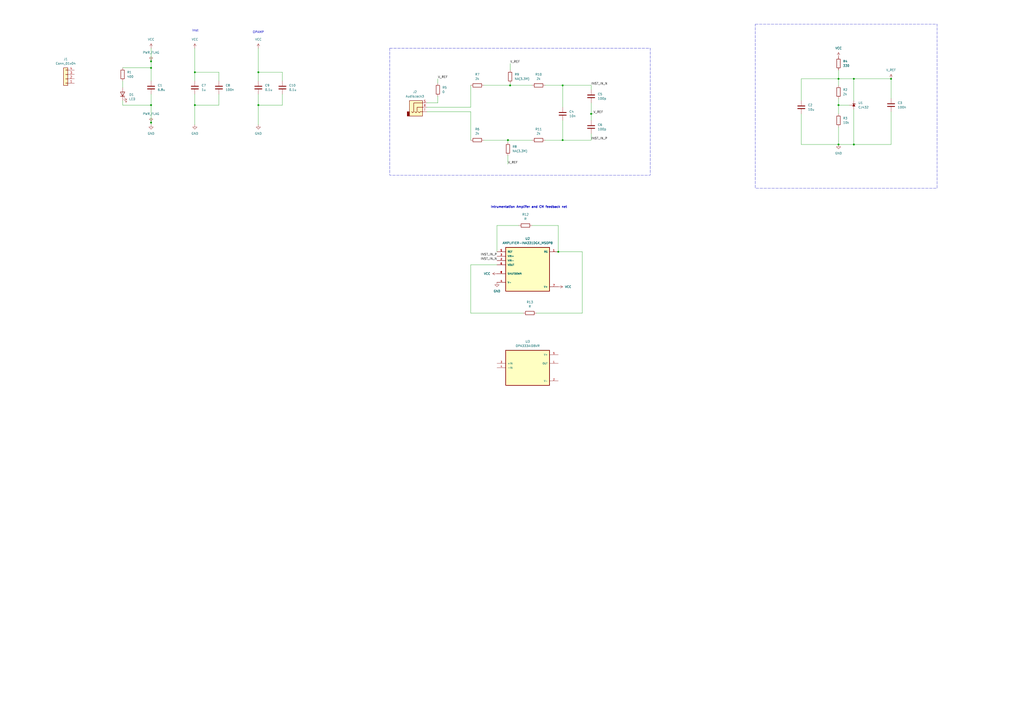
<source format=kicad_sch>
(kicad_sch (version 20250114) (generator "eeschema") (generator_version "9.0")
  (paper "A2")
  (title_block (title "EMG System") (date "2025-04-12") (rev "1"))
  (lib_symbols
    (symbol "Connector_Audio:AudioJack3"
      (property "Reference" "J" (at 0 8.89 0))
      (property "Value" "AudioJack3" (at 0 6.35 0))
      (symbol "AudioJack3_0_1"
        (rectangle (start -5.08 -5.08) (end -6.35 -2.54) (stroke (width 0.254)) (fill (type outline)))
        (polyline (pts (xy -1.905 -2.54) (xy -1.27 -3.175) (xy -0.635 -2.54) (xy -0.635 0) (xy 2.54 0)) (stroke (width 0.254)))
        (polyline (pts (xy 0 -2.54) (xy 0.635 -3.175) (xy 1.27 -2.54) (xy 2.54 -2.54)) (stroke (width 0.254)))
        (rectangle (start 2.54 3.81) (end -5.08 -5.08) (stroke (width 0.254)) (fill (type background)))
        (polyline (pts (xy 2.54 2.54) (xy -2.54 2.54) (xy -2.54 -2.54) (xy -3.175 -3.175) (xy -3.81 -2.54)) (stroke (width 0.254)))
      )
      (symbol "AudioJack3_1_1"
        (pin passive line (at 5.08 2.54 180) (length 2.54) (name "~") (number "S"))
        (pin passive line (at 5.08 0 180) (length 2.54) (name "~") (number "R"))
        (pin passive line (at 5.08 -2.54 180) (length 2.54) (name "~") (number "T"))
      )
    )
    (symbol "Connector_Generic:Conn_01x04" (pin_names (offset 1.016) (hide yes))
      (property "Reference" "J" (at 0 5.08 0))
      (property "Value" "Conn_01x04" (at 0 -7.62 0))
      (symbol "Conn_01x04_1_1"
        (rectangle (start -1.27 3.81) (end 1.27 -6.35) (stroke (width 0.254)) (fill (type background)))
        (rectangle (start -1.27 2.667) (end 0 2.413) (stroke (width 0.1524)))
        (rectangle (start -1.27 0.127) (end 0 -0.127) (stroke (width 0.1524)))
        (rectangle (start -1.27 -2.413) (end 0 -2.667) (stroke (width 0.1524)))
        (rectangle (start -1.27 -4.953) (end 0 -5.207) (stroke (width 0.1524)))
        (pin passive line (at -5.08 2.54 0) (length 3.81) (name "Pin_1") (number "1"))
        (pin passive line (at -5.08 0 0) (length 3.81) (name "Pin_2") (number "2"))
        (pin passive line (at -5.08 -2.54 0) (length 3.81) (name "Pin_3") (number "3"))
        (pin passive line (at -5.08 -5.08 0) (length 3.81) (name "Pin_4") (number "4"))
      )
    )
    (symbol "Device:C" (pin_numbers (hide yes)) (pin_names (offset 0.254))
      (property "Reference" "C" (at 0.635 2.54 0))
      (property "Value" "C" (at 0.635 -2.54 0))
      (symbol "C_0_1"
        (polyline (pts (xy -2.032 0.762) (xy 2.032 0.762)) (stroke (width 0.508)))
        (polyline (pts (xy -2.032 -0.762) (xy 2.032 -0.762)) (stroke (width 0.508)))
      )
      (symbol "C_1_1"
        (pin passive line (at 0 3.81 270) (length 2.794) (name "~") (number "1"))
        (pin passive line (at 0 -3.81 90) (length 2.794) (name "~") (number "2"))
      )
    )
    (symbol "Device:LED" (pin_numbers (hide yes)) (pin_names (offset 1.016) (hide yes))
      (property "Reference" "D" (at 0 2.54 0))
      (property "Value" "LED" (at 0 -2.54 0))
      (symbol "LED_0_1"
        (polyline (pts (xy -3.048 -0.762) (xy -4.572 -2.286) (xy -3.81 -2.286) (xy -4.572 -2.286) (xy -4.572 -1.524)))
        (polyline (pts (xy -1.778 -0.762) (xy -3.302 -2.286) (xy -2.54 -2.286) (xy -3.302 -2.286) (xy -3.302 -1.524)))
        (polyline (pts (xy -1.27 0) (xy 1.27 0)))
        (polyline (pts (xy -1.27 -1.27) (xy -1.27 1.27)) (stroke (width 0.254)))
        (polyline (pts (xy 1.27 -1.27) (xy 1.27 1.27) (xy -1.27 0) (xy 1.27 -1.27)) (stroke (width 0.254)))
      )
      (symbol "LED_1_1"
        (pin passive line (at -3.81 0 0) (length 2.54) (name "K") (number "1"))
        (pin passive line (at 3.81 0 180) (length 2.54) (name "A") (number "2"))
      )
    )
    (symbol "Device:R" (pin_numbers (hide yes)) (pin_names (offset 0))
      (property "Reference" "R" (at 2.032 0 90))
      (property "Value" "R" (at 0 0 90))
      (symbol "R_0_1"
        (rectangle (start -1.016 -2.54) (end 1.016 2.54) (stroke (width 0.254)))
      )
      (symbol "R_1_1"
        (pin passive line (at 0 3.81 270) (length 1.27) (name "~") (number "1"))
        (pin passive line (at 0 -3.81 90) (length 1.27) (name "~") (number "2"))
      )
    )
    (symbol "INA331IDGKT:AMPLIFIER-INA331DGK_MSOP8_" (pin_names (offset 1.016))
      (property "Reference" "U" (at -12.7 13.7 0))
      (property "Value" "AMPLIFIER-INA331DGK_MSOP8" (at -12.7 -16.7 0))
      (symbol "AMPLIFIER-INA331DGK_MSOP8__0_0"
        (rectangle (start -12.7 12.7) (end 12.7 -12.7) (stroke (width 0.41)) (fill (type background)))
        (pin input line (at -17.78 10.16 0) (length 5.08) (name "REF") (number "5"))
        (pin input line (at -17.78 7.62 0) (length 5.08) (name "VIN+") (number "3"))
        (pin input line (at -17.78 5.08 0) (length 5.08) (name "VIN-") (number "2"))
        (pin input line (at -17.78 2.54 0) (length 5.08) (name "VOUT") (number "6"))
        (pin input line (at -17.78 -2.54 0) (length 5.08) (name "SHUTDOWN") (number "8"))
        (pin input line (at -17.78 -7.62 0) (length 5.08) (name "V-") (number "4"))
        (pin input line (at 17.78 10.16 180) (length 5.08) (name "RG") (number "1"))
        (pin input line (at 17.78 -10.16 180) (length 5.08) (name "V+") (number "7"))
      )
    )
    (symbol "OPA333AIDBVR:OPA333AIDBVR" (pin_names (offset 1.016))
      (property "Reference" "U" (at -12.7 11.16 0))
      (property "Value" "OPA333AIDBVR" (at -12.7 -14.16 0))
      (symbol "OPA333AIDBVR_0_0"
        (rectangle (start -12.7 -10.16) (end 12.7 10.16) (stroke (width 0.41)) (fill (type background)))
        (pin input line (at -17.78 2.54 0) (length 5.08) (name "+IN") (number "3"))
        (pin input line (at -17.78 0 0) (length 5.08) (name "-IN") (number "4"))
        (pin power_in line (at 17.78 7.62 180) (length 5.08) (name "V+") (number "5"))
        (pin output line (at 17.78 2.54 180) (length 5.08) (name "OUT") (number "1"))
        (pin power_in line (at 17.78 -7.62 180) (length 5.08) (name "V-") (number "2"))
      )
    )
    (symbol "Reference_Voltage:CJ432" (pin_numbers (hide yes)) (pin_names (hide yes))
      (property "Reference" "U" (at -2.54 2.54 0))
      (property "Value" "CJ432" (at 0 -2.54 0))
      (symbol "CJ432_0_1"
        (polyline (pts (xy -1.27 0) (xy 0 0) (xy 1.27 0)))
        (polyline (pts (xy -0.762 0.762) (xy 0.762 0) (xy -0.762 -0.762)) (fill (type outline)))
        (polyline (pts (xy 0.508 -1.016) (xy 0.762 -0.762) (xy 0.762 0.762) (xy 0.762 0.762)) (stroke (width 0.254)))
      )
      (symbol "CJ432_1_1"
        (pin passive line (at -2.54 0 0) (length 1.27) (name "A") (number "3"))
        (pin passive line (at 0 2.54 270) (length 2.54) (name "REF") (number "1"))
        (pin passive line (at 2.54 0 180) (length 1.27) (name "K") (number "2"))
      )
    )
    (symbol "power:GND" (power) (pin_numbers (hide yes)) (pin_names (offset 0) (hide yes))
      (property "Value" "GND" (at 0 -3.81 0))
      (symbol "GND_0_1"
        (polyline (pts (xy 0 0) (xy 0 -1.27) (xy 1.27 -1.27) (xy 0 -2.54) (xy -1.27 -1.27) (xy 0 -1.27)))
      )
      (symbol "GND_1_1"
        (pin power_in line (at 0 0 270) (length 0) (name "~") (number "1"))
      )
    )
    (symbol "power:PWR_FLAG" (power) (pin_numbers (hide yes)) (pin_names (offset 0) (hide yes))
      (property "Value" "PWR_FLAG" (at 0 3.81 0))
      (symbol "PWR_FLAG_0_0"
        (pin power_out line (at 0 0 90) (length 0) (name "~") (number "1"))
      )
      (symbol "PWR_FLAG_0_1"
        (polyline (pts (xy 0 0) (xy 0 1.27) (xy -1.016 1.905) (xy 0 2.54) (xy 1.016 1.905) (xy 0 1.27)))
      )
    )
    (symbol "power:VCC" (power) (pin_numbers (hide yes)) (pin_names (offset 0) (hide yes))
      (property "Value" "VCC" (at 0 3.556 0))
      (symbol "VCC_0_1"
        (polyline (pts (xy -0.762 1.27) (xy 0 2.54)))
        (polyline (pts (xy 0 2.54) (xy 0.762 1.27)))
        (polyline (pts (xy 0 0) (xy 0 2.54)))
      )
      (symbol "VCC_1_1"
        (pin power_in line (at 0 0 90) (length 0) (name "~") (number "1"))
      )
    )
  )
  (rectangle (start 226.06 27.94) (end 377.19 101.6) (stroke (width 0) (type dash)))
  (rectangle (start 438.15 13.97) (end 543.56 109.22) (stroke (width 0) (type dash)))
  (text "OPAMP" (at 149.86 18.796 0) (effects (font (size 1.27 1.27))))
  (text "Intrumentation Amplifer and CM feedback net\n" (at 306.832 120.142 0) (effects (font (size 1.27 1.27) (thickness 0.254) (bold yes))))
  (text "Inst" (at 113.284 17.78 0) (effects (font (size 1.27 1.27))))
  (junction (at 486.41 45.72))
  (junction (at 486.41 60.96))
  (junction (at 149.86 60.96))
  (junction (at 486.41 83.82))
  (junction (at 149.86 41.91))
  (junction (at 326.39 49.53))
  (junction (at 294.64 81.28))
  (junction (at 87.63 71.12))
  (junction (at 516.89 45.72))
  (junction (at 87.63 35.56))
  (junction (at 495.3 83.82))
  (junction (at 113.03 60.96))
  (junction (at 295.91 49.53))
  (junction (at 323.85 146.05))
  (junction (at 87.63 39.37))
  (junction (at 495.3 45.72))
  (junction (at 342.9 66.04))
  (junction (at 113.03 41.91))
  (junction (at 326.39 81.28))
  (junction (at 87.63 60.96))
  (wire (pts (xy 495.3 63.5) (xy 495.3 83.82)))
  (wire (pts (xy 127 60.96) (xy 113.03 60.96)))
  (wire (pts (xy 288.29 146.05) (xy 288.29 130.81)))
  (wire (pts (xy 87.63 60.96) (xy 87.63 71.12)))
  (wire (pts (xy 247.65 64.77) (xy 273.05 64.77)))
  (wire (pts (xy 516.89 83.82) (xy 495.3 83.82)))
  (wire (pts (xy 326.39 49.53) (xy 326.39 62.23)))
  (wire (pts (xy 342.9 77.47) (xy 342.9 81.28)))
  (wire (pts (xy 127 54.61) (xy 127 60.96)))
  (wire (pts (xy 127 46.99) (xy 127 41.91)))
  (wire (pts (xy 342.9 66.04) (xy 344.17 66.04)))
  (wire (pts (xy 516.89 64.77) (xy 516.89 83.82)))
  (wire (pts (xy 149.86 41.91) (xy 163.83 41.91)))
  (wire (pts (xy 342.9 66.04) (xy 342.9 69.85)))
  (wire (pts (xy 71.12 46.99) (xy 71.12 50.8)))
  (wire (pts (xy 87.63 39.37) (xy 87.63 46.99)))
  (wire (pts (xy 71.12 60.96) (xy 87.63 60.96)))
  (wire (pts (xy 254 55.88) (xy 254 59.69)))
  (wire (pts (xy 486.41 45.72) (xy 486.41 49.53)))
  (wire (pts (xy 288.29 153.67) (xy 273.05 153.67)))
  (wire (pts (xy 149.86 27.94) (xy 149.86 41.91)))
  (wire (pts (xy 71.12 39.37) (xy 87.63 39.37)))
  (wire (pts (xy 295.91 49.53) (xy 308.61 49.53)))
  (wire (pts (xy 486.41 40.64) (xy 486.41 45.72)))
  (wire (pts (xy 163.83 46.99) (xy 163.83 41.91)))
  (wire (pts (xy 464.82 58.42) (xy 464.82 45.72)))
  (wire (pts (xy 113.03 54.61) (xy 113.03 60.96)))
  (wire (pts (xy 486.41 45.72) (xy 495.3 45.72)))
  (wire (pts (xy 163.83 54.61) (xy 163.83 60.96)))
  (wire (pts (xy 308.61 130.81) (xy 323.85 130.81)))
  (wire (pts (xy 486.41 73.66) (xy 486.41 83.82)))
  (wire (pts (xy 294.64 81.28) (xy 308.61 81.28)))
  (wire (pts (xy 294.64 90.17) (xy 294.64 95.25)))
  (wire (pts (xy 247.65 62.23) (xy 273.05 62.23)))
  (wire (pts (xy 464.82 66.04) (xy 464.82 83.82)))
  (wire (pts (xy 71.12 58.42) (xy 71.12 60.96)))
  (wire (pts (xy 342.9 49.53) (xy 342.9 52.07)))
  (wire (pts (xy 280.67 49.53) (xy 295.91 49.53)))
  (wire (pts (xy 316.23 49.53) (xy 326.39 49.53)))
  (wire (pts (xy 113.03 60.96) (xy 113.03 72.39)))
  (wire (pts (xy 337.82 146.05) (xy 323.85 146.05)))
  (wire (pts (xy 326.39 49.53) (xy 342.9 49.53)))
  (wire (pts (xy 295.91 49.53) (xy 295.91 48.26)))
  (wire (pts (xy 342.9 81.28) (xy 326.39 81.28)))
  (wire (pts (xy 87.63 54.61) (xy 87.63 60.96)))
  (wire (pts (xy 113.03 41.91) (xy 127 41.91)))
  (wire (pts (xy 486.41 60.96) (xy 486.41 66.04)))
  (wire (pts (xy 326.39 69.85) (xy 326.39 81.28)))
  (wire (pts (xy 495.3 83.82) (xy 486.41 83.82)))
  (wire (pts (xy 464.82 83.82) (xy 486.41 83.82)))
  (wire (pts (xy 273.05 153.67) (xy 273.05 181.61)))
  (wire (pts (xy 247.65 59.69) (xy 254 59.69)))
  (wire (pts (xy 295.91 36.83) (xy 295.91 40.64)))
  (wire (pts (xy 294.64 81.28) (xy 294.64 82.55)))
  (wire (pts (xy 323.85 130.81) (xy 323.85 146.05)))
  (wire (pts (xy 113.03 41.91) (xy 113.03 46.99)))
  (wire (pts (xy 273.05 62.23) (xy 273.05 49.53)))
  (wire (pts (xy 280.67 81.28) (xy 294.64 81.28)))
  (wire (pts (xy 113.03 27.94) (xy 113.03 41.91)))
  (wire (pts (xy 163.83 60.96) (xy 149.86 60.96)))
  (wire (pts (xy 149.86 41.91) (xy 149.86 46.99)))
  (wire (pts (xy 495.3 45.72) (xy 516.89 45.72)))
  (wire (pts (xy 311.15 181.61) (xy 337.82 181.61)))
  (wire (pts (xy 486.41 60.96) (xy 492.76 60.96)))
  (wire (pts (xy 288.29 130.81) (xy 300.99 130.81)))
  (wire (pts (xy 87.63 71.12) (xy 87.63 72.39)))
  (wire (pts (xy 316.23 81.28) (xy 326.39 81.28)))
  (wire (pts (xy 87.63 35.56) (xy 87.63 39.37)))
  (wire (pts (xy 495.3 45.72) (xy 495.3 58.42)))
  (wire (pts (xy 273.05 64.77) (xy 273.05 81.28)))
  (wire (pts (xy 516.89 45.72) (xy 516.89 57.15)))
  (wire (pts (xy 149.86 60.96) (xy 149.86 72.39)))
  (wire (pts (xy 87.63 27.94) (xy 87.63 35.56)))
  (wire (pts (xy 486.41 57.15) (xy 486.41 60.96)))
  (wire (pts (xy 273.05 181.61) (xy 303.53 181.61)))
  (wire (pts (xy 464.82 45.72) (xy 486.41 45.72)))
  (wire (pts (xy 149.86 54.61) (xy 149.86 60.96)))
  (wire (pts (xy 337.82 181.61) (xy 337.82 146.05)))
  (wire (pts (xy 342.9 59.69) (xy 342.9 66.04)))
  (wire (pts (xy 254 45.72) (xy 254 48.26)))
  (label "INST_IN_N" (at 342.9 49.53 0))
  (label "V_REF" (at 295.91 36.83 0))
  (label "INST_IN_P" (at 342.9 81.28 0))
  (label "V_REF" (at 344.17 66.04 0))
  (label "V_REF" (at 254 45.72 0))
  (label "INST_IN_N" (at 288.29 151.13 180))
  (label "INST_IN_P" (at 288.29 148.59 180))
  (label "V_REF" (at 294.64 95.25 0))
  (symbol (lib_id "power:VCC") (at 323.85 166.37 270) (unit 1)
    (property "Reference" "#PWR08" (effects (hide yes)))
    (property "Value" "VCC" (at 327.66 166.3699 90) (effects (justify left)))
    (property "Description" "Power symbol creates a global label with name \"VCC\"" (effects (hide yes)))
  )
  (symbol (lib_id "Device:R") (at 295.91 44.45 180) (unit 1)
    (property "Reference" "R9" (at 298.45 43.1799 0) (effects (justify right)))
    (property "Value" "NA(3.3M)" (at 298.45 45.7199 0) (effects (justify right)))
    (property "Description" "Resistor" (effects (hide yes)))
  )
  (symbol (lib_id "Device:R") (at 304.8 130.81 90) (unit 1)
    (property "Reference" "R12" (at 304.8 124.46 90))
    (property "Value" "R" (at 304.8 127 90))
    (property "Description" "Resistor" (effects (hide yes)))
  )
  (symbol (lib_id "Device:R") (at 254 52.07 0) (unit 1)
    (property "Reference" "R5" (at 256.54 50.7999 0) (effects (justify left)))
    (property "Value" "0" (at 256.54 53.3399 0) (effects (justify left)))
    (property "Description" "Resistor" (effects (hide yes)))
  )
  (symbol (lib_id "Device:R") (at 312.42 49.53 90) (unit 1)
    (property "Reference" "R10" (at 312.42 43.18 90))
    (property "Value" "2k" (at 312.42 45.72 90))
    (property "Description" "Resistor" (effects (hide yes)))
  )
  (symbol (lib_id "Device:C") (at 149.86 50.8 0) (unit 1)
    (property "Reference" "C9" (at 153.67 49.5299 0) (effects (justify left)))
    (property "Value" "0.1u" (at 153.67 52.0699 0) (effects (justify left)))
    (property "Description" "Unpolarized capacitor" (effects (hide yes)))
  )
  (symbol (lib_id "Device:R") (at 312.42 81.28 90) (unit 1)
    (property "Reference" "R11" (at 312.42 74.93 90))
    (property "Value" "2k" (at 312.42 77.47 90))
    (property "Description" "Resistor" (effects (hide yes)))
  )
  (symbol (lib_id "Device:C") (at 326.39 66.04 0) (unit 1)
    (property "Reference" "C4" (at 330.2 64.7699 0) (effects (justify left)))
    (property "Value" "10n" (at 330.2 67.3099 0) (effects (justify left)))
    (property "Description" "Unpolarized capacitor" (effects (hide yes)))
  )
  (symbol (lib_id "Device:R") (at 486.41 36.83 0) (unit 1)
    (property "Reference" "R4" (at 488.95 35.5599 0) (effects (justify left)))
    (property "Value" "330" (at 488.95 38.0999 0) (effects (justify left)))
    (property "Description" "Resistor" (effects (hide yes)))
  )
  (symbol (lib_id "OPA333AIDBVR:OPA333AIDBVR") (at 306.07 213.36 0) (unit 1)
    (property "Reference" "U3" (at 306.07 198.12 0))
    (property "Value" "OPA333AIDBVR" (at 306.07 200.66 0))
    (property "Footprint" "OPA333AIDBVR:SOT95P280X145-5N" (effects (hide yes)))
    (property "MF" "Texas Instruments" (effects (hide yes)))
    (property "Description_1" "Micropower, 1.8-V, 17-µA zero-drift CMOS precision operational amplifier" (effects (hide yes)))
    (property "Package" "SOT-23-5 Texas Instruments" (effects (hide yes)))
    (property "Price" "None" (effects (hide yes)))
    (property "SnapEDA_Link" "https://www.snapeda.com/parts/OPA333AIDBVR/Texas+Instruments/view-part/?ref=snap" (effects (hide yes)))
    (property "MP" "OPA333AIDBVR" (effects (hide yes)))
    (property "Purchase-URL" "https://www.snapeda.com/api/url_track_click_mouser/?unipart_id=551065&manufacturer=Texas Instruments&part_name=OPA333AIDBVR&search_term=None" (effects (hide yes)))
    (property "Availability" "In Stock" (effects (hide yes)))
    (property "Check_prices" "https://www.snapeda.com/parts/OPA333AIDBVR/Texas+Instruments/view-part/?ref=eda" (effects (hide yes)))
  )
  (symbol (lib_id "Connector_Audio:AudioJack3") (at 242.57 62.23 0) (unit 1)
    (property "Reference" "J2" (at 240.665 53.34 0))
    (property "Value" "AudioJack3" (at 240.665 55.88 0))
    (property "Description" "Audio Jack, 3 Poles (Stereo / TRS)" (effects (hide yes)))
  )
  (symbol (lib_id "Device:C") (at 87.63 50.8 0) (unit 1)
    (property "Reference" "C1" (at 91.44 49.5299 0) (effects (justify left)))
    (property "Value" "6.8u" (at 91.44 52.0699 0) (effects (justify left)))
    (property "Description" "Unpolarized capacitor" (effects (hide yes)))
  )
  (symbol (lib_id "power:VCC") (at 486.41 33.02 0) (unit 1)
    (property "Reference" "#PWR03" (effects (hide yes)))
    (property "Value" "VCC" (at 486.41 27.94 0))
    (property "Description" "Power symbol creates a global label with name \"VCC\"" (effects (hide yes)))
  )
  (symbol (lib_id "Device:LED") (at 71.12 54.61 90) (unit 1)
    (property "Reference" "D1" (at 74.93 54.9274 90) (effects (justify right)))
    (property "Value" "LED" (at 74.93 57.4674 90) (effects (justify right)))
    (property "Description" "Light emitting diode" (effects (hide yes)))
    (property "Sim.Pins" "1=K 2=A" (effects (hide yes)))
  )
  (symbol (lib_id "INA331IDGKT:AMPLIFIER-INA331DGK_MSOP8_") (at 306.07 156.21 0) (unit 1)
    (property "Reference" "U2" (at 306.07 138.43 0))
    (property "Value" "AMPLIFIER-INA331DGK_MSOP8" (at 306.07 140.97 0))
    (property "Footprint" "AMPLIFIER-INA331DGK_MSOP8_:SOP65P490X110-8N" (effects (hide yes)))
  )
  (symbol (lib_id "Device:C") (at 464.82 62.23 0) (unit 1)
    (property "Reference" "C2" (at 468.63 60.9599 0) (effects (justify left)))
    (property "Value" "10u" (at 468.63 63.4999 0) (effects (justify left)))
    (property "Description" "Unpolarized capacitor" (effects (hide yes)))
  )
  (symbol (lib_id "Device:C") (at 127 50.8 0) (unit 1)
    (property "Reference" "C8" (at 130.81 49.5299 0) (effects (justify left)))
    (property "Value" "100n" (at 130.81 52.0699 0) (effects (justify left)))
    (property "Description" "Unpolarized capacitor" (effects (hide yes)))
  )
  (symbol (lib_id "power:GND") (at 113.03 72.39 0) (unit 1)
    (property "Reference" "#PWR07" (effects (hide yes)))
    (property "Value" "GND" (at 113.03 77.47 0))
    (property "Description" "Power symbol creates a global label with name \"GND\" , ground" (effects (hide yes)))
  )
  (symbol (lib_id "power:VCC") (at 113.03 27.94 0) (unit 1)
    (property "Reference" "#PWR06" (effects (hide yes)))
    (property "Value" "VCC" (at 113.03 22.86 0))
    (property "Description" "Power symbol creates a global label with name \"VCC\"" (effects (hide yes)))
  )
  (symbol (lib_id "Device:C") (at 342.9 73.66 0) (unit 1)
    (property "Reference" "C6" (at 346.71 72.3899 0) (effects (justify left)))
    (property "Value" "100p" (at 346.71 74.9299 0) (effects (justify left)))
    (property "Description" "Unpolarized capacitor" (effects (hide yes)))
  )
  (symbol (lib_id "Device:R") (at 486.41 53.34 0) (unit 1)
    (property "Reference" "R2" (at 488.95 52.0699 0) (effects (justify left)))
    (property "Value" "2k" (at 488.95 54.6099 0) (effects (justify left)))
    (property "Description" "Resistor" (effects (hide yes)))
  )
  (symbol (lib_id "Device:C") (at 113.03 50.8 0) (unit 1)
    (property "Reference" "C7" (at 116.84 49.5299 0) (effects (justify left)))
    (property "Value" "1u" (at 116.84 52.0699 0) (effects (justify left)))
    (property "Description" "Unpolarized capacitor" (effects (hide yes)))
  )
  (symbol (lib_id "Reference_Voltage:CJ432") (at 495.3 60.96 90) (unit 1)
    (property "Reference" "U1" (at 497.84 59.6899 90) (effects (justify right)))
    (property "Value" "CJ432" (at 497.84 62.2299 90) (effects (justify right)))
    (property "Footprint" "Package_TO_SOT_SMD:SOT-23" (effects (hide yes)))
    (property "Datasheet" "http://www.cj-elec.com/txUpfile/20134181474991806.pdf" (effects (hide yes)))
    (property "Description" "Shunt Regulator, SOT-23" (effects (hide yes)))
  )
  (symbol (lib_id "Device:R") (at 276.86 81.28 90) (unit 1)
    (property "Reference" "R6" (at 276.86 74.93 90))
    (property "Value" "2k" (at 276.86 77.47 90))
    (property "Description" "Resistor" (effects (hide yes)))
  )
  (symbol (lib_id "Device:R") (at 294.64 86.36 0) (unit 1)
    (property "Reference" "R8" (at 297.18 85.0899 0) (effects (justify left)))
    (property "Value" "NA(3.3M)" (at 297.18 87.6299 0) (effects (justify left)))
    (property "Description" "Resistor" (effects (hide yes)))
  )
  (symbol (lib_id "power:GND") (at 149.86 72.39 0) (unit 1)
    (property "Reference" "#PWR012" (effects (hide yes)))
    (property "Value" "GND" (at 149.86 77.47 0))
    (property "Description" "Power symbol creates a global label with name \"GND\" , ground" (effects (hide yes)))
  )
  (symbol (lib_id "Device:C") (at 342.9 55.88 0) (unit 1)
    (property "Reference" "C5" (at 346.71 54.6099 0) (effects (justify left)))
    (property "Value" "100p" (at 346.71 57.1499 0) (effects (justify left)))
    (property "Description" "Unpolarized capacitor" (effects (hide yes)))
  )
  (symbol (lib_id "power:PWR_FLAG") (at 87.63 35.56 0) (unit 1)
    (property "Reference" "#FLG01" (effects (hide yes)))
    (property "Value" "PWR_FLAG" (at 87.63 30.48 0))
    (property "Description" "Special symbol for telling ERC where power comes from" (effects (hide yes)))
  )
  (symbol (lib_id "Device:C") (at 163.83 50.8 0) (unit 1)
    (property "Reference" "C10" (at 167.64 49.5299 0) (effects (justify left)))
    (property "Value" "0.1u" (at 167.64 52.0699 0) (effects (justify left)))
    (property "Description" "Unpolarized capacitor" (effects (hide yes)))
  )
  (symbol (lib_id "power:GND") (at 87.63 72.39 0) (unit 1)
    (property "Reference" "#PWR01" (effects (hide yes)))
    (property "Value" "GND" (at 87.63 77.47 0))
    (property "Description" "Power symbol creates a global label with name \"GND\" , ground" (effects (hide yes)))
  )
  (symbol (lib_id "Device:R") (at 276.86 49.53 90) (unit 1)
    (property "Reference" "R7" (at 276.86 43.18 90))
    (property "Value" "2k" (at 276.86 45.72 90))
    (property "Description" "Resistor" (effects (hide yes)))
  )
  (symbol (lib_id "Device:R") (at 486.41 69.85 0) (unit 1)
    (property "Reference" "R3" (at 488.95 68.5799 0) (effects (justify left)))
    (property "Value" "10k" (at 488.95 71.1199 0) (effects (justify left)))
    (property "Description" "Resistor" (effects (hide yes)))
  )
  (symbol (lib_id "power:VCC") (at 149.86 27.94 0) (unit 1)
    (property "Reference" "#PWR011" (effects (hide yes)))
    (property "Value" "VCC" (at 149.86 22.86 0))
    (property "Description" "Power symbol creates a global label with name \"VCC\"" (effects (hide yes)))
  )
  (symbol (lib_id "Device:C") (at 516.89 60.96 0) (unit 1)
    (property "Reference" "C3" (at 520.7 59.6899 0) (effects (justify left)))
    (property "Value" "100n" (at 520.7 62.2299 0) (effects (justify left)))
    (property "Description" "Unpolarized capacitor" (effects (hide yes)))
  )
  (symbol (lib_id "power:VCC") (at 87.63 27.94 0) (unit 1)
    (property "Reference" "#PWR02" (effects (hide yes)))
    (property "Value" "VCC" (at 87.63 22.86 0))
    (property "Description" "Power symbol creates a global label with name \"VCC\"" (effects (hide yes)))
  )
  (symbol (lib_id "Device:R") (at 307.34 181.61 90) (unit 1)
    (property "Reference" "R13" (at 307.34 175.26 90))
    (property "Value" "R" (at 307.34 177.8 90))
    (property "Description" "Resistor" (effects (hide yes)))
  )
  (symbol (lib_id "power:VCC") (at 288.29 158.75 90) (unit 1)
    (property "Reference" "#PWR010" (effects (hide yes)))
    (property "Value" "VCC" (at 284.48 158.7499 90) (effects (justify left)))
    (property "Description" "Power symbol creates a global label with name \"VCC\"" (effects (hide yes)))
  )
  (symbol (lib_id "power:GND") (at 288.29 163.83 0) (unit 1)
    (property "Reference" "#PWR09" (effects (hide yes)))
    (property "Value" "GND" (at 288.29 168.91 0))
    (property "Description" "Power symbol creates a global label with name \"GND\" , ground" (effects (hide yes)))
  )
  (symbol (lib_id "Device:R") (at 71.12 43.18 0) (unit 1)
    (property "Reference" "R1" (at 73.66 41.9099 0) (effects (justify left)))
    (property "Value" "400" (at 73.66 44.4499 0) (effects (justify left)))
    (property "Description" "Resistor" (effects (hide yes)))
  )
  (symbol (lib_id "power:PWR_FLAG") (at 87.63 71.12 0) (unit 1)
    (property "Reference" "#FLG03" (effects (hide yes)))
    (property "Value" "PWR_FLAG" (at 87.63 66.04 0))
    (property "Description" "Special symbol for telling ERC where power comes from" (effects (hide yes)))
  )
  (symbol (lib_id "power:GND") (at 486.41 83.82 0) (unit 1)
    (property "Reference" "#PWR04" (effects (hide yes)))
    (property "Value" "GND" (at 486.41 88.9 0))
    (property "Description" "Power symbol creates a global label with name \"GND\" , ground" (effects (hide yes)))
  )
  (symbol (lib_id "power:VCC") (at 516.89 45.72 0) (unit 1)
    (property "Reference" "#PWR05" (effects (hide yes)))
    (property "Value" "V_REF" (at 516.89 40.64 0))
    (property "Description" "Power symbol creates a global label with name \"VCC\"" (effects (hide yes)))
  )
  (symbol (lib_id "Connector_Generic:Conn_01x04") (at 38.1 45.72 180) (unit 1)
    (property "Reference" "J1" (at 38.1 34.29 0))
    (property "Value" "Conn_01x04" (at 38.1 36.83 0))
    (property "Description" "Generic connector, single row, 01x04, script generated (kicad-library-utils/schlib/autogen/connector/)" (effects (hide yes)))
  )
)
</source>
